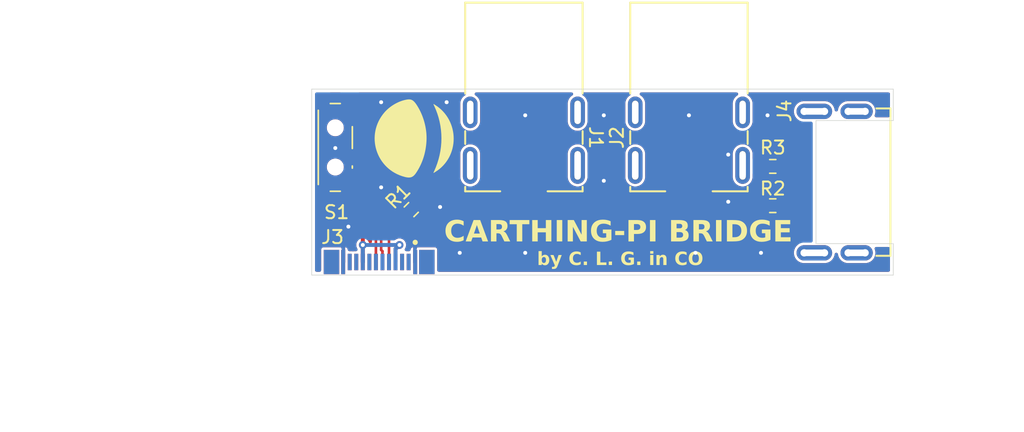
<source format=kicad_pcb>
(kicad_pcb (version 20240108) (generator "pcbnew") (generator_version "8.0")
  (layers (0 "F.Cu" signal) (31 "B.Cu" signal) (34 "B.Paste" user) (35 "F.Paste" user) (36 "B.SilkS" user "B.Silkscreen") (37 "F.SilkS" user "F.Silkscreen") (38 "B.Mask" user) (39 "F.Mask" user) (44 "Edge.Cuts" user))
  (net 0 "")
  (net 1 "Net-(J1-VBUS)")
  (net 3 "Net-(J1-D+)")
  (net 4 "Net-(J1-D-)")
  (net 5 "GND")
  (net 11 "Net-(J3-CC)")
  (net 14 "Net-(J4-CC1)")
  (net 16 "Net-(J4-CC2)")
  (net 26 "VBUS")
  (net 37 "VBUS2")
  (footprint "Resistor_SMD:R_0603_1608Metric" (layer "F.Cu") (at 178.4 93.9)
    (property "Reference" "R3" (at 0 -1.43 0) (layer "F.SilkS"))
    (property "Value" "5K1")
    (fp_line (start -0.237258 -0.5225) (end 0.237258 -0.5225) (stroke (width 0.12)) (layer "F.SilkS"))
    (fp_line (start -0.237258 0.5225) (end 0.237258 0.5225) (stroke (width 0.12)) (layer "F.SilkS"))
    (pad "1" smd roundrect (at -0.825 0) (size 0.8 0.95) (layers "F.Cu" "F.Paste" "F.Mask") (net 5 "GND"))
    (pad "2" smd roundrect (at 0.825 0) (size 0.8 0.95) (layers "F.Cu" "F.Paste" "F.Mask") (net 16 "Net-(J4-CC2)"))
  )
  (footprint "Footprints:CONN_ZX60-B-5S31_HIR" (layer "F.Cu") (at 172 88.6 180)
    (property "Reference" "J2" (at 5.5 -3.1 90) (layer "F.SilkS"))
    (property "Value" "USB_B_Micro")
    (fp_line (start 4.4831 7.200898) (end 4.4831 0.264743) (stroke (width 0.1524)) (layer "F.SilkS"))
    (fp_line (start 4.4831 -2.612547) (end 4.4831 -3.582056) (stroke (width 0.1524)) (layer "F.SilkS"))
    (fp_line (start 4.4831 -6.865746) (end 4.4831 -7.200901) (stroke (width 0.1524)) (layer "F.SilkS"))
    (fp_line (start 4.4831 -7.200901) (end 1.81054 -7.200901) (stroke (width 0.1524)) (layer "F.SilkS"))
    (fp_line (start -1.81054 -7.200901) (end -4.4831 -7.200901) (stroke (width 0.1524)) (layer "F.SilkS"))
    (fp_line (start -4.4831 7.200898) (end 4.4831 7.200898) (stroke (width 0.1524)) (layer "F.SilkS"))
    (fp_line (start -4.4831 0.264743) (end -4.4831 7.200898) (stroke (width 0.1524)) (layer "F.SilkS"))
    (fp_line (start -4.4831 -3.582056) (end -4.4831 -2.612547) (stroke (width 0.1524)) (layer "F.SilkS"))
    (fp_line (start -4.4831 -7.200901) (end -4.4831 -6.865746) (stroke (width 0.1524)) (layer "F.SilkS"))
    (pad "" np_thru_hole circle (at -4.099999 -6.074801 180) (size 0.508 0.508) (drill 0.508) (layers))
    (pad "" np_thru_hole circle (at -4.099999 -4.373001 180) (size 0.508 0.508) (drill 0.508) (layers))
    (pad "" np_thru_hole circle (at -4.099999 -1.821602 180) (size 0.508 0.508) (drill 0.508) (layers))
    (pad "" np_thru_hole circle (at -4.099999 -0.526202 180) (size 0.508 0.508) (drill 0.508) (layers))
    (pad "" np_thru_hole circle (at 4.099999 -6.074801 180) (size 0.508 0.508) (drill 0.508) (layers))
    (pad "" np_thru_hole circle (at 4.099999 -4.373001 180) (size 0.508 0.508) (drill 0.508) (layers))
    (pad "" np_thru_hole circle (at 4.099999 -1.821602 180) (size 0.508 0.508) (drill 0.508) (layers))
    (pad "" np_thru_hole circle (at 4.099999 -0.526202 180) (size 0.508 0.508) (drill 0.508) (layers))
    (pad "1" smd rect (at 1.3 -5.728901 180) (size 0.3556 3.2512) (layers "F.Cu" "F.Paste" "F.Mask") (net 37 "VBUS2"))
    (pad "2" smd rect (at 0.649999 -5.728901 180) (size 0.3556 3.2512) (layers "F.Cu" "F.Paste" "F.Mask"))
    (pad "3" smd rect (at 0 -5.728901 180) (size 0.3556 3.2512) (layers "F.Cu" "F.Paste" "F.Mask"))
    (pad "4" smd rect (at -0.649999 -5.728901 180) (size 0.3556 3.2512) (layers "F.Cu" "F.Paste" "F.Mask"))
    (pad "5" smd rect (at -1.3 -5.728901 180) (size 0.3556 3.2512) (layers "F.Cu" "F.Paste" "F.Mask") (net 5 "GND"))
    (pad "S_1" thru_hole oval (at -4.099999 -1.173902 270) (size 2.413 1.1176) (drill oval 1.8 0.5) (layers "*.Cu" "*.Mask"))
    (pad "S_2" thru_hole oval (at 4.099999 -1.173902 270) (size 2.413 1.1176) (drill oval 1.8 0.5) (layers "*.Cu" "*.Mask"))
    (pad "S_3" thru_hole oval (at -4.099999 -5.223901 270) (size 2.8194 1.1176) (drill oval 2.2 0.5) (layers "*.Cu" "*.Mask"))
    (pad "S_4" thru_hole oval (at 4.099999 -5.223901 270) (size 2.8194 1.1176) (drill oval 2.2 0.5) (layers "*.Cu" "*.Mask"))
  )
  (footprint "Footprints:SW_SSSS811101" (layer "F.Cu") (at 145 92.45 -90)
    (property "Reference" "S1" (at 4.95 -0.1 0) (layer "F.SilkS"))
    (property "Value" "SSSS811101")
    (fp_line (start 2.83 1.3) (end -2.83 1.3) (stroke (width 0.127)) (layer "F.SilkS"))
    (fp_line (start -3.35 0.38) (end -3.35 -0.38) (stroke (width 0.127)) (layer "F.SilkS"))
    (fp_line (start 3.35 0.38) (end 3.35 -0.38) (stroke (width 0.127)) (layer "F.SilkS"))
    (fp_line (start -1.58 -1.3) (end 0.08 -1.3) (stroke (width 0.127)) (layer "F.SilkS"))
    (fp_line (start 1.42 -1.3) (end 1.58 -1.3) (stroke (width 0.127)) (layer "F.SilkS"))
    (pad "" np_thru_hole circle (at -1.5 0 270) (size 0.9 0.9) (drill 0.9) (layers "*.Cu" "*.Mask"))
    (pad "" np_thru_hole circle (at 1.5 0 270) (size 0.9 0.9) (drill 0.9) (layers "*.Cu" "*.Mask"))
    (pad "1" smd rect (at -2.25 -1.75 270) (size 0.7 1.5) (layers "F.Cu" "F.Paste" "F.Mask"))
    (pad "2" smd rect (at 0.75 -1.75 270) (size 0.7 1.5) (layers "F.Cu" "F.Paste" "F.Mask") (net 1 "Net-(J1-VBUS)"))
    (pad "3" smd rect (at 2.25 -1.75 270) (size 0.7 1.5) (layers "F.Cu" "F.Paste" "F.Mask") (net 26 "VBUS"))
    (pad "SH1" smd rect (at -3.65 -1.1 270) (size 1 0.8) (layers "F.Cu" "F.Paste" "F.Mask"))
    (pad "SH2" smd rect (at 3.65 -1.1 270) (size 1 0.8) (layers "F.Cu" "F.Paste" "F.Mask"))
    (pad "SH3" smd rect (at -3.65 1.1 270) (size 1 0.8) (layers "F.Cu" "F.Paste" "F.Mask"))
    (pad "SH4" smd rect (at 3.65 1.1 270) (size 1 0.8) (layers "F.Cu" "F.Paste" "F.Mask"))
  )
  (footprint "Resistor_SMD:R_0603_1608Metric" (layer "F.Cu") (at 150.8 97.2 45)
    (property "Reference" "R1" (at 0 -1.43 45) (layer "F.SilkS"))
    (property "Value" "5K1")
    (fp_line (start -0.237258 -0.5225) (end 0.237258 -0.5225) (stroke (width 0.12)) (layer "F.SilkS"))
    (fp_line (start -0.237258 0.5225) (end 0.237258 0.5225) (stroke (width 0.12)) (layer "F.SilkS"))
    (pad "1" smd roundrect (at -0.825 0 45) (size 0.8 0.95) (layers "F.Cu" "F.Paste" "F.Mask") (net 11 "Net-(J3-CC)"))
    (pad "2" smd roundrect (at 0.825 0 45) (size 0.8 0.95) (layers "F.Cu" "F.Paste" "F.Mask") (net 5 "GND"))
  )
  (footprint "Footprints:HIROSE_CX60-24S-UNIT" (layer "F.Cu") (at 148.35 101.2)
    (property "Reference" "J3" (at -3.56 -1.9 0) (layer "F.SilkS"))
    (property "Value" "CX60-24S-UNIT")
    (fp_circle (center 2.75 -1.5) (end 2.85 -1.5) (stroke (width 0.2)) (fill none) (layer "F.SilkS"))
    (pad "A1" smd rect (at 2.75 0) (size 0.3 1.85) (layers "F.Cu" "F.Paste" "F.Mask") (net 5 "GND"))
    (pad "A2" smd rect (at 2.25 0) (size 0.3 1.25) (layers "F.Cu" "F.Paste" "F.Mask"))
    (pad "A3" smd rect (at 1.75 0) (size 0.3 1.25) (layers "F.Cu" "F.Paste" "F.Mask"))
    (pad "A4" smd rect (at 1.25 0) (size 0.3 1.25) (layers "F.Cu" "F.Paste" "F.Mask") (net 26 "VBUS"))
    (pad "A5" smd rect (at 0.75 0) (size 0.3 1.25) (layers "F.Cu" "F.Paste" "F.Mask") (net 11 "Net-(J3-CC)"))
    (pad "A6" smd rect (at 0.25 0) (size 0.3 1.25) (layers "F.Cu" "F.Paste" "F.Mask") (net 3 "Net-(J1-D+)"))
    (pad "A7" smd rect (at -0.25 0) (size 0.3 1.25) (layers "F.Cu" "F.Paste" "F.Mask") (net 4 "Net-(J1-D-)"))
    (pad "A8" smd rect (at -0.75 0) (size 0.3 1.25) (layers "F.Cu" "F.Paste" "F.Mask"))
    (pad "A9" smd rect (at -1.25 0) (size 0.3 1.25) (layers "F.Cu" "F.Paste" "F.Mask") (net 26 "VBUS"))
    (pad "A10" smd rect (at -1.75 0) (size 0.3 1.25) (layers "F.Cu" "F.Paste" "F.Mask"))
    (pad "A11" smd rect (at -2.25 0) (size 0.3 1.25) (layers "F.Cu" "F.Paste" "F.Mask"))
    (pad "A12" smd rect (at -2.75 0) (size 0.3 1.85) (layers "F.Cu" "F.Paste" "F.Mask") (net 5 "GND"))
    (pad "B1" smd rect (at -2.75 0) (size 0.3 1.85) (layers "B.Cu" "B.Paste" "B.Mask") (net 5 "GND"))
    (pad "B2" smd rect (at -2.25 0) (size 0.3 1.25) (layers "B.Cu" "B.Paste" "B.Mask"))
    (pad "B3" smd rect (at -1.75 0) (size 0.3 1.25) (layers "B.Cu" "B.Paste" "B.Mask"))
    (pad "B4" smd rect (at -1.25 0) (size 0.3 1.25) (layers "B.Cu" "B.Paste" "B.Mask") (net 26 "VBUS"))
    (pad "B5" smd rect (at -0.75 0) (size 0.3 1.25) (layers "B.Cu" "B.Paste" "B.Mask"))
    (pad "B6" smd rect (at -0.25 0) (size 0.3 1.25) (layers "B.Cu" "B.Paste" "B.Mask"))
    (pad "B7" smd rect (at 0.25 0) (size 0.3 1.25) (layers "B.Cu" "B.Paste" "B.Mask"))
    (pad "B8" smd rect (at 0.75 0) (size 0.3 1.25) (layers "B.Cu" "B.Paste" "B.Mask"))
    (pad "B9" smd rect (at 1.25 0) (size 0.3 1.25) (layers "B.Cu" "B.Paste" "B.Mask") (net 26 "VBUS"))
    (pad "B10" smd rect (at 1.75 0) (size 0.3 1.25) (layers "B.Cu" "B.Paste" "B.Mask"))
    (pad "B11" smd rect (at 2.25 0) (size 0.3 1.25) (layers "B.Cu" "B.Paste" "B.Mask"))
    (pad "B12" smd rect (at 2.75 0) (size 0.3 1.85) (layers "B.Cu" "B.Paste" "B.Mask") (net 5 "GND"))
    (pad "S1" smd rect (at 3.64 0) (size 1.18 1.85) (layers "F.Cu" "F.Paste" "F.Mask"))
    (pad "S2" smd rect (at -3.64 0) (size 1.18 1.85) (layers "F.Cu" "F.Paste" "F.Mask"))
    (pad "S3" smd rect (at 3.64 0) (size 1.18 1.85) (layers "B.Cu" "B.Paste" "B.Mask"))
    (pad "S4" smd rect (at -3.64 0) (size 1.18 1.85) (layers "B.Cu" "B.Paste" "B.Mask"))
  )
  (footprint "Footprints:CONN_ZX60-B-5S31_HIR" (layer "F.Cu") (at 159.4 88.6 180)
    (property "Reference" "J1" (at -5.5 -3.1 -90) (layer "F.SilkS"))
    (property "Value" "USB_B_Micro")
    (fp_line (start 4.4831 7.200898) (end 4.4831 0.264743) (stroke (width 0.1524)) (layer "F.SilkS"))
    (fp_line (start 4.4831 -2.612547) (end 4.4831 -3.582056) (stroke (width 0.1524)) (layer "F.SilkS"))
    (fp_line (start 4.4831 -6.865746) (end 4.4831 -7.200901) (stroke (width 0.1524)) (layer "F.SilkS"))
    (fp_line (start 4.4831 -7.200901) (end 1.81054 -7.200901) (stroke (width 0.1524)) (layer "F.SilkS"))
    (fp_line (start -1.81054 -7.200901) (end -4.4831 -7.200901) (stroke (width 0.1524)) (layer "F.SilkS"))
    (fp_line (start -4.4831 7.200898) (end 4.4831 7.200898) (stroke (width 0.1524)) (layer "F.SilkS"))
    (fp_line (start -4.4831 0.264743) (end -4.4831 7.200898) (stroke (width 0.1524)) (layer "F.SilkS"))
    (fp_line (start -4.4831 -3.582056) (end -4.4831 -2.612547) (stroke (width 0.1524)) (layer "F.SilkS"))
    (fp_line (start -4.4831 -7.200901) (end -4.4831 -6.865746) (stroke (width 0.1524)) (layer "F.SilkS"))
    (pad "" np_thru_hole circle (at -4.099999 -6.074801 180) (size 0.508 0.508) (drill 0.508) (layers))
    (pad "" np_thru_hole circle (at -4.099999 -4.373001 180) (size 0.508 0.508) (drill 0.508) (layers))
    (pad "" np_thru_hole circle (at -4.099999 -1.821602 180) (size 0.508 0.508) (drill 0.508) (layers))
    (pad "" np_thru_hole circle (at -4.099999 -0.526202 180) (size 0.508 0.508) (drill 0.508) (layers))
    (pad "" np_thru_hole circle (at 4.099999 -6.074801 180) (size 0.508 0.508) (drill 0.508) (layers))
    (pad "" np_thru_hole circle (at 4.099999 -4.373001 180) (size 0.508 0.508) (drill 0.508) (layers))
    (pad "" np_thru_hole circle (at 4.099999 -1.821602 180) (size 0.508 0.508) (drill 0.508) (layers))
    (pad "" np_thru_hole circle (at 4.099999 -0.526202 180) (size 0.508 0.508) (drill 0.508) (layers))
    (pad "1" smd rect (at 1.3 -5.728901 180) (size 0.3556 3.2512) (layers "F.Cu" "F.Paste" "F.Mask") (net 1 "Net-(J1-VBUS)"))
    (pad "2" smd rect (at 0.649999 -5.728901 180) (size 0.3556 3.2512) (layers "F.Cu" "F.Paste" "F.Mask") (net 4 "Net-(J1-D-)"))
    (pad "3" smd rect (at 0 -5.728901 180) (size 0.3556 3.2512) (layers "F.Cu" "F.Paste" "F.Mask") (net 3 "Net-(J1-D+)"))
    (pad "4" smd rect (at -0.649999 -5.728901 180) (size 0.3556 3.2512) (layers "F.Cu" "F.Paste" "F.Mask"))
    (pad "5" smd rect (at -1.3 -5.728901 180) (size 0.3556 3.2512) (layers "F.Cu" "F.Paste" "F.Mask") (net 5 "GND"))
    (pad "S_1" thru_hole oval (at -4.099999 -1.173902 270) (size 2.413 1.1176) (drill oval 1.8 0.5) (layers "*.Cu" "*.Mask"))
    (pad "S_2" thru_hole oval (at 4.099999 -1.173902 270) (size 2.413 1.1176) (drill oval 1.8 0.5) (layers "*.Cu" "*.Mask"))
    (pad "S_3" thru_hole oval (at -4.099999 -5.223901 270) (size 2.8194 1.1176) (drill oval 2.2 0.5) (layers "*.Cu" "*.Mask"))
    (pad "S_4" thru_hole oval (at 4.099999 -5.223901 270) (size 2.8194 1.1176) (drill oval 2.2 0.5) (layers "*.Cu" "*.Mask"))
  )
  (footprint "Footprints:Nocturne" (layer "F.Cu") (at 151.4 97)
    (property "Reference" "REF**" (hide yes))
    (property "Value" "Nocturne")
    (fp_poly (pts (xy 1.103531 -7.860149) (xy 1.107501 -7.859175) (xy 1.112185 -7.857507) (xy 1.117597 -7.855158) (xy 1.130656 -7.848475) (xy 1.14679 -7.839233) (xy 1.166107 -7.82754) (xy 1.214729 -7.797235) (xy 1.387148 -7.681364) (xy 1.548445 -7.55666) (xy 1.698619 -7.423719) (xy 1.837671 -7.283137) (xy 1.965602 -7.135509) (xy 2.082409 -6.981431) (xy 2.188095 -6.821499) (xy 2.282658 -6.656308) (xy 2.366098 -6.486456) (xy 2.438416 -6.312537) (xy 2.499611 -6.135148) (xy 2.549683 -5.954884) (xy 2.588633 -5.772341) (xy 2.61646 -5.588115) (xy 2.633164 -5.402802) (xy 2.638745 -5.216997) (xy 2.633203 -5.031298) (xy 2.616537 -4.846298) (xy 2.588749 -4.662595) (xy 2.549837 -4.480784) (xy 2.499802 -4.301461) (xy 2.438644 -4.125221) (xy 2.366362 -3.952662) (xy 2.282956 -3.784377) (xy 2.188427 -3.620965) (xy 2.082774 -3.463019) (xy 1.965998 -3.311136) (xy 1.838098 -3.165913) (xy 1.699074 -3.027944) (xy 1.548926 -2.897825) (xy 1.387654 -2.776154) (xy 1.215258 -2.663524) (xy 1.166793 -2.634155) (xy 1.147555 -2.62276) (xy 1.131479 -2.613681) (xy 1.118438 -2.607008) (xy 1.113016 -2.604603) (xy 1.108306 -2.602833) (xy 1.104292 -2.601711) (xy 1.100957 -2.601248) (xy 1.098287 -2.601455) (xy 1.096265 -2.602344) (xy 1.094876 -2.603926) (xy 1.094103 -2.606212) (xy 1.093932 -2.609214) (xy 1.094346 -2.612943) (xy 1.095329 -2.617412) (xy 1.096866 -2.62263) (xy 1.101539 -2.635364) (xy 1.108237 -2.651235) (xy 1.116834 -2.670336) (xy 1.139223 -2.718591) (xy 1.27098 -3.02363) (xy 1.385225 -3.332791) (xy 1.481959 -3.645424) (xy 1.561179 -3.960875) (xy 1.622885 -4.278494) (xy 1.667075 -4.597628) (xy 1.693751 -4.917625) (xy 1.702909 -5.237833) (xy 1.69455 -5.557601) (xy 1.668673 -5.876276) (xy 1.625276 -6.193207) (xy 1.564359 -6.507741) (xy 1.485922 -6.819226) (xy 1.389962 -7.127011) (xy 1.27648 -7.430444) (xy 1.145473 -7.728873) (xy 1.120302 -7.782324) (xy 1.110628 -7.803535) (xy 1.103042 -7.821214) (xy 1.097653 -7.83547) (xy 1.095817 -7.841348) (xy 1.094571 -7.84641) (xy 1.093929 -7.85067) (xy 1.093905 -7.854142) (xy 1.094513 -7.856839) (xy 1.095765 -7.858775) (xy 1.097677 -7.859963) (xy 1.100261 -7.860417)) (stroke (width -0.000001)) (fill solid) (layer "F.SilkS"))
    (fp_poly (pts (xy -0.732109 -8.214937) (xy -0.70311 -8.212354) (xy -0.67484 -8.208349) (xy -0.647233 -8.202874) (xy -0.620224 -8.19588) (xy -0.593748 -8.18732) (xy -0.567739 -8.177147) (xy -0.54213 -8.165312) (xy -0.516858 -8.151768) (xy -0.491856 -8.136467) (xy -0.467058 -8.119361) (xy -0.4424 -8.100402) (xy -0.417815 -8.079543) (xy -0.368603 -8.031931) (xy -0.318898 -7.976145) (xy -0.268176 -7.9118) (xy -0.215912 -7.838515) (xy -0.161581 -7.755907) (xy -0.104659 -7.663594) (xy -0.044622 -7.561193) (xy 0.033309 -7.419159) (xy 0.106397 -7.273101) (xy 0.174538 -7.123453) (xy 0.237628 -6.970645) (xy 0.295562 -6.81511) (xy 0.348236 -6.657279) (xy 0.395546 -6.497583) (xy 0.437387 -6.336454) (xy 0.473655 -6.174323) (xy 0.504246 -6.011623) (xy 0.529055 -5.848784) (xy 0.547979 -5.686238) (xy 0.560913 -5.524417) (xy 0.567751 -5.363753) (xy 0.568392 -5.204676) (xy 0.562729 -5.047619) (xy 0.550399 -4.875344) (xy 0.533111 -4.705765) (xy 0.510855 -4.53885) (xy 0.48362 -4.374568) (xy 0.451397 -4.21289) (xy 0.414176 -4.053784) (xy 0.371946 -3.897219) (xy 0.324699 -3.743165) (xy 0.272423 -3.591591) (xy 0.21511 -3.442465) (xy 0.152749 -3.295757) (xy 0.08533 -3.151437) (xy 0.012843 -3.009473) (xy -0.064721 -2.869835) (xy -0.147373 -2.732491) (xy -0.235123 -2.597412) (xy -0.277168 -2.537925) (xy -0.319265 -2.48437) (xy -0.36173 -2.436634) (xy -0.40488 -2.394606) (xy -0.44903 -2.358174) (xy -0.471579 -2.342021) (xy -0.494497 -2.327226) (xy -0.517824 -2.313773) (xy -0.541598 -2.30165) (xy -0.565859 -2.290841) (xy -0.590648 -2.281334) (xy -0.616003 -2.273113) (xy -0.641964 -2.266166) (xy -0.66857 -2.260478) (xy -0.695862 -2.256036) (xy -0.723878 -2.252824) (xy -0.752658 -2.25083) (xy -0.812668 -2.250437) (xy -0.87621 -2.254746) (xy -0.943598 -2.263644) (xy -1.01515 -2.27702) (xy -1.091181 -2.294761) (xy -1.294829 -2.353512) (xy -1.490192 -2.423957) (xy -1.677096 -2.505544) (xy -1.855367 -2.59772) (xy -2.024834 -2.699932) (xy -2.185322 -2.811627) (xy -2.336658 -2.932253) (xy -2.478669 -3.061257) (xy -2.611183 -3.198087) (xy -2.734024 -3.342189) (xy -2.847021 -3.493011) (xy -2.95 -3.65) (xy -3.042788 -3.812603) (xy -3.125211 -3.980268) (xy -3.197097 -4.152442) (xy -3.258272 -4.328572) (xy -3.308563 -4.508106) (xy -3.347796 -4.69049) (xy -3.375799 -4.875173) (xy -3.392398 -5.0616) (xy -3.39742 -5.249221) (xy -3.390691 -5.437481) (xy -3.372039 -5.625828) (xy -3.341291 -5.813709) (xy -3.298272 -6.000573) (xy -3.24281 -6.185865) (xy -3.174731 -6.369033) (xy -3.093863 -6.549525) (xy -3.000031 -6.726788) (xy -2.893064 -6.900268) (xy -2.772787 -7.069414) (xy -2.639027 -7.233673) (xy -2.555734 -7.324893) (xy -2.467184 -7.413207) (xy -2.373822 -7.498363) (xy -2.276095 -7.580109) (xy -2.174448 -7.658191) (xy -2.069327 -7.732359) (xy -1.961177 -7.802359) (xy -1.850445 -7.867941) (xy -1.737575 -7.92885) (xy -1.623014 -7.984837) (xy -1.507208 -8.035647) (xy -1.390601 -8.08103) (xy -1.27364 -8.120732) (xy -1.156771 -8.154503) (xy -1.040439 -8.182088) (xy -0.92509 -8.203238) (xy -0.85671 -8.211999) (xy -0.792558 -8.216026)) (stroke (width -0.000001)) (fill solid) (layer "F.SilkS"))
  )
  (footprint "Footprints:CX90M-16P_HIR" (layer "F.Cu") (at 183.979901 95.100001 90)
    (property "Reference" "J4" (at 5.43765 -4.679901 90) (layer "F.SilkS"))
    (property "Value" "CX90M-16P")
    (fp_line (start -5.6261 2.334326) (end -5.6261 3.4036) (stroke (width 0.1524)) (layer "F.SilkS"))
    (fp_line (start 5.6261 3.4036) (end 5.6261 2.334326) (stroke (width 0.1524)) (layer "F.SilkS"))
    (fp_line (start -5.6261 3.4036) (end 5.6261 3.4036) (stroke (width 0.1524)) (layer "F.SilkS"))
    (pad "" np_thru_hole circle (at -5.399999 -3.181299 90) (size 0.5588 0.5588) (drill 0.5588) (layers "*.Cu" "*.Mask"))
    (pad "" np_thru_hole circle (at -5.399999 -1.631899 90) (size 0.5588 0.5588) (drill 0.5588) (layers "*.Cu" "*.Mask"))
    (pad "" np_thru_hole circle (at -5.399999 0.175699 90) (size 0.5588 0.5588) (drill 0.5588) (layers "*.Cu" "*.Mask"))
    (pad "" np_thru_hole circle (at -5.399999 1.471099 90) (size 0.5588 0.5588) (drill 0.5588) (layers "*.Cu" "*.Mask"))
    (pad "" np_thru_hole circle (at 5.399999 -3.181299 90) (size 0.5588 0.5588) (drill 0.5588) (layers "*.Cu" "*.Mask"))
    (pad "" np_thru_hole circle (at 5.399999 -1.631899 90) (size 0.5588 0.5588) (drill 0.5588) (layers "*.Cu" "*.Mask"))
    (pad "" np_thru_hole circle (at 5.399999 0.175699 90) (size 0.5588 0.5588) (drill 0.5588) (layers "*.Cu" "*.Mask"))
    (pad "" np_thru_hole circle (at 5.399999 1.471099 90) (size 0.5588 0.5588) (drill 0.5588) (layers "*.Cu" "*.Mask"))
    (pad "A1" smd rect (at -3.75 -3.026601 90) (size 0.3556 0.9398) (layers "F.Cu" "F.Paste" "F.Mask") (net 5 "GND"))
    (pad "A4" smd rect (at -2.75 -3.026601 90) (size 0.3556 0.9398) (layers "F.Cu" "F.Paste" "F.Mask") (net 37 "VBUS2"))
    (pad "A5" smd rect (at -1.749999 -3.026601 90) (size 0.3556 0.9398) (layers "F.Cu" "F.Paste" "F.Mask") (net 14 "Net-(J4-CC1)"))
    (pad "A6" smd rect (at -0.750001 -3.026601 90) (size 0.3556 0.9398) (layers "F.Cu" "F.Paste" "F.Mask"))
    (pad "A7" smd rect (at 0.749998 -3.026601 90) (size 0.3556 0.9398) (layers "F.Cu" "F.Paste" "F.Mask"))
    (pad "A8" smd rect (at 1.749999 -3.026601 90) (size 0.3556 0.9398) (layers "F.Cu" "F.Paste" "F.Mask"))
    (pad "A9" smd rect (at 2.75 -3.026601 90) (size 0.3556 0.9398) (layers "F.Cu" "F.Paste" "F.Mask") (net 37 "VBUS2"))
    (pad "A12" smd rect (at 3.75 -3.026601 90) (size 0.3556 0.9398) (layers "F.Cu" "F.Paste" "F.Mask") (net 5 "GND"))
    (pad "B1" smd rect (at 3.249999 -3.026601 90) (size 0.3556 0.9398) (layers "F.Cu" "F.Paste" "F.Mask") (net 5 "GND"))
    (pad "B4" smd rect (at 2.250001 -3.026601 90) (size 0.3556 0.9398) (layers "F.Cu" "F.Paste" "F.Mask") (net 37 "VBUS2"))
    (pad "B5" smd rect (at 1.25 -3.026601 90) (size 0.3556 0.9398) (layers "F.Cu" "F.Paste" "F.Mask") (net 16 "Net-(J4-CC2)"))
    (pad "B6" smd rect (at 0.25 -3.026601 90) (size 0.3556 0.9398) (layers "F.Cu" "F.Paste" "F.Mask"))
    (pad "B7" smd rect (at -0.25 -3.026601 90) (size 0.3556 0.9398) (layers "F.Cu" "F.Paste" "F.Mask"))
    (pad "B8" smd rect (at -1.25 -3.026601 90) (size 0.3556 0.9398) (layers "F.Cu" "F.Paste" "F.Mask"))
    (pad "B9" smd rect (at -2.250001 -3.026601 90) (size 0.3556 0.9398) (layers "F.Cu" "F.Paste" "F.Mask") (net 37 "VBUS2"))
    (pad "B12" smd rect (at -3.250001 -3.026601 90) (size 0.3556 0.9398) (layers "F.Cu" "F.Paste" "F.Mask") (net 5 "GND"))
    (pad "MID1" smd rect (at -4.249999 -3.026601 90) (size 0.3556 0.9398) (layers "F.Cu" "F.Paste" "F.Mask"))
    (pad "MID2" smd rect (at 4.249999 -3.026601 90) (size 0.3556 0.9398) (layers "F.Cu" "F.Paste" "F.Mask"))
    (pad "S_1" thru_hole oval (at -5.399999 0.823399 180) (size 2.4638 1.1684) (drill oval 1.8 0.5) (layers "*.Cu" "*.Mask"))
    (pad "S_2" thru_hole oval (at 5.399999 0.823399 180) (size 2.4638 1.1684) (drill oval 1.8 0.5) (layers "*.Cu" "*.Mask"))
    (pad "S_3" thru_hole oval (at -5.399999 -2.406599 180) (size 2.7178 1.1684) (drill oval 2.1 0.5) (layers "*.Cu" "*.Mask"))
    (pad "S_4" thru_hole oval (at 5.399999 -2.406599 180) (size 2.7178 1.1684) (drill oval 2.1 0.5) (layers "*.Cu" "*.Mask"))
  )
  (footprint "Resistor_SMD:R_0603_1608Metric" (layer "F.Cu") (at 178.4 96.9 180)
    (property "Reference" "R2" (at 0 1.3 180) (layer "F.SilkS"))
    (property "Value" "5K1")
    (fp_line (start -0.237258 0.5225) (end 0.237258 0.5225) (stroke (width 0.12)) (layer "F.SilkS"))
    (fp_line (start -0.237258 -0.5225) (end 0.237258 -0.5225) (stroke (width 0.12)) (layer "F.SilkS"))
    (pad "1" smd roundrect (at -0.825 0 180) (size 0.8 0.95) (layers "F.Cu" "F.Paste" "F.Mask") (net 14 "Net-(J4-CC1)"))
    (pad "2" smd roundrect (at 0.825 0 180) (size 0.8 0.95) (layers "F.Cu" "F.Paste" "F.Mask") (net 5 "GND"))
  )
  (gr_line (start 181.7 99.8) (end 187.6 99.8) (stroke (width 0.05)) (layer "Edge.Cuts"))
  (gr_line (start 181.7 90.4) (end 181.7 99.8) (stroke (width 0.05)) (layer "Edge.Cuts"))
  (gr_line (start 143.2 88) (end 187.6 88) (stroke (width 0.05)) (layer "Edge.Cuts"))
  (gr_line (start 181.7 90.4) (end 187.6 90.4) (stroke (width 0.05)) (layer "Edge.Cuts"))
  (gr_line (start 187.6 102.2) (end 143.2 102.2) (stroke (width 0.05)) (layer "Edge.Cuts"))
  (gr_line (start 187.6 99.8) (end 187.6 102.2) (stroke (width 0.05)) (layer "Edge.Cuts"))
  (gr_line (start 187.6 88) (end 187.6 90.4) (stroke (width 0.05)) (layer "Edge.Cuts"))
  (gr_line (start 143.2 102.2) (end 143.2 88) (stroke (width 0.05)) (layer "Edge.Cuts"))
  (gr_text "CARTHING-PI BRIDGE" (at 153.3 99.9 0) (layer "F.SilkS") (effects (font (size 1.6 1.6) (thickness 0.225)) (justify left bottom)))
  (gr_text "by C. L. G. in CO" (at 160.4 101.6 0) (layer "F.SilkS") (effects (font (size 1 1) (thickness 0.225)) (justify left bottom)))
  (segment (start 147.7 93.2) (end 146.75 93.2) (width 0.3) (layer "F.Cu") (net 1))
  (segment (start 149.25 94.75) (end 147.7 93.2) (width 0.3) (layer "F.Cu") (net 1))
  (segment (start 153.25 94.75) (end 149.25 94.75) (width 0.3) (layer "F.Cu") (net 1))
  (segment (start 157.8 96) (end 154.5 96) (width 0.3) (layer "F.Cu") (net 1))
  (segment (start 154.5 96) (end 153.25 94.75) (width 0.3) (layer "F.Cu") (net 1))
  (segment (start 158.1 95.7) (end 157.8 96) (width 0.3) (layer "F.Cu") (net 1))
  (segment (start 158.1 94.328901) (end 158.1 95.7) (width 0.3) (layer "F.Cu") (net 1))
  (segment (start 158.482302 97) (end 154.1 97) (width 0.2) (layer "F.Cu") (net 3))
  (segment (start 159.4 96.082302) (end 158.482302 97) (width 0.2) (layer "F.Cu") (net 3))
  (segment (start 150.965686 95.6) (end 148.5 98.065686) (width 0.2) (layer "F.Cu") (net 3))
  (segment (start 154.1 97) (end 152.7 95.6) (width 0.2) (layer "F.Cu") (net 3))
  (segment (start 148.5 98.065686) (end 148.5 100.275) (width 0.2) (layer "F.Cu") (net 3))
  (segment (start 148.6 100.375) (end 148.6 101.2) (width 0.2) (layer "F.Cu") (net 3))
  (segment (start 152.7 95.6) (end 150.965686 95.6) (width 0.2) (layer "F.Cu") (net 3))
  (segment (start 159.4 94.328901) (end 159.4 96.082302) (width 0.2) (layer "F.Cu") (net 3))
  (segment (start 148.5 100.275) (end 148.6 100.375) (width 0.2) (layer "F.Cu") (net 3))
  (segment (start 152.865686 95.2) (end 150.8 95.2) (width 0.2) (layer "F.Cu") (net 4))
  (segment (start 154.265686 96.6) (end 152.865686 95.2) (width 0.2) (layer "F.Cu") (net 4))
  (segment (start 158.750001 94.328901) (end 158.750001 96.0823) (width 0.2) (layer "F.Cu") (net 4))
  (segment (start 148.1 97.9) (end 148.1 101.2) (width 0.2) (layer "F.Cu") (net 4))
  (segment (start 158.232301 96.6) (end 154.265686 96.6) (width 0.2) (layer "F.Cu") (net 4))
  (segment (start 150.8 95.2) (end 148.1 97.9) (width 0.2) (layer "F.Cu") (net 4))
  (segment (start 158.750001 96.0823) (end 158.232301 96.6) (width 0.2) (layer "F.Cu") (net 4))
  (via (at 146 98.5) (size 0.6) (drill 0.3) (layers "F.Cu" "B.Cu") (net 5))
  (via (at 172 90) (size 0.6) (drill 0.3) (layers "F.Cu" "B.Cu") (net 5))
  (via (at 153.5 89) (size 0.6) (drill 0.3) (layers "F.Cu" "B.Cu") (net 5))
  (via (at 153 97) (size 0.6) (drill 0.3) (layers "F.Cu" "B.Cu") (net 5))
  (via (at 148.5 95.5) (size 0.6) (drill 0.3) (layers "F.Cu" "B.Cu") (net 5))
  (via (at 165.5 90) (size 0.6) (drill 0.3) (layers "F.Cu" "B.Cu") (net 5))
  (via (at 177.5 100.5) (size 0.6) (drill 0.3) (layers "F.Cu" "B.Cu") (net 5))
  (via (at 172.5 100.5) (size 0.6) (drill 0.3) (layers "F.Cu" "B.Cu") (net 5))
  (via (at 165.5 95) (size 0.6) (drill 0.3) (layers "F.Cu" "B.Cu") (net 5))
  (via (at 145 92.5) (size 0.6) (drill 0.3) (layers "F.Cu" "B.Cu") (net 5))
  (via (at 175 93) (size 0.6) (drill 0.3) (layers "F.Cu" "B.Cu") (net 5))
  (via (at 175 96.6) (size 0.6) (drill 0.3) (layers "F.Cu" "B.Cu") (net 5))
  (via (at 159.5 90) (size 0.6) (drill 0.3) (layers "F.Cu" "B.Cu") (net 5))
  (via (at 178 90) (size 0.6) (drill 0.3) (layers "F.Cu" "B.Cu") (net 5))
  (via (at 148.5 89) (size 0.6) (drill 0.3) (layers "F.Cu" "B.Cu") (net 5))
  (via (at 154.5 100.5) (size 0.6) (drill 0.3) (layers "F.Cu" "B.Cu") (net 5))
  (via (at 159.5 100.5) (size 0.6) (drill 0.3) (layers "F.Cu" "B.Cu") (net 5))
  (segment (start 149.1 98.9) (end 150.216637 97.783363) (width 0.2) (layer "F.Cu") (net 11))
  (segment (start 149.1 101.2) (end 149.1 98.9) (width 0.2) (layer "F.Cu") (net 11))
  (segment (start 179.275 96.85) (end 179.225 96.9) (width 0.2) (layer "F.Cu") (net 14))
  (segment (start 179.225 96.9) (end 179.1375 96.9) (width 0.2) (layer "F.Cu") (net 14))
  (segment (start 180.9533 96.85) (end 179.275 96.85) (width 0.2) (layer "F.Cu") (net 14))
  (segment (start 180.9533 93.850001) (end 179.274999 93.850001) (width 0.2) (layer "F.Cu") (net 16))
  (segment (start 179.274999 93.850001) (end 179.225 93.9) (width 0.2) (layer "F.Cu") (net 16))
  (segment (start 179.225 93.9) (end 179.1375 93.9) (width 0.2) (layer "F.Cu") (net 16))
  (segment (start 149.9 99.9) (end 149.6 100.2) (width 0.3) (layer "F.Cu") (net 26))
  (segment (start 149.6 100.2) (end 149.6 101.2) (width 0.3) (layer "F.Cu") (net 26))
  (segment (start 147.1 95.05) (end 146.75 94.7) (width 0.3) (layer "F.Cu") (net 26))
  (segment (start 147.1 99.9) (end 147.1 101.2) (width 0.3) (layer "F.Cu") (net 26))
  (segment (start 146.75 94.7) (end 146.75 94.65) (width 0.3) (layer "F.Cu") (net 26))
  (segment (start 147.1 99.9) (end 147.1 95.05) (width 0.3) (layer "F.Cu") (net 26))
  (via (at 149.9 99.9) (size 0.6) (drill 0.3) (layers "F.Cu" "B.Cu") (net 26))
  (via (at 147.1 99.9) (size 0.6) (drill 0.3) (layers "F.Cu" "B.Cu") (net 26))
  (segment (start 149.9 99.9) (end 149.6 100.2) (width 0.3) (layer "B.Cu") (net 26))
  (segment (start 149.6 100.2) (end 149.6 101.2) (width 0.3) (layer "B.Cu") (net 26))
  (segment (start 147.1 99.9) (end 149.9 99.9) (width 0.3) (layer "B.Cu") (net 26))
  (segment (start 147.1 101.2) (end 147.1 99.9) (width 0.3) (layer "B.Cu") (net 26))
  (segment (start 170.7 96.0823) (end 170.7 94.328901) (width 0.3) (layer "F.Cu") (net 37))
  (segment (start 180.9533 92.85) (end 180.9533 92.350001) (width 0.3) (layer "F.Cu") (net 37))
  (segment (start 179.08765 91.58765) (end 171.615651 91.58765) (width 0.3) (layer "F.Cu") (net 37))
  (segment (start 180.9533 97.6) (end 180.7533 97.8) (width 0.3) (layer "F.Cu") (net 37))
  (segment (start 180.1 92.6) (end 179.08765 91.58765) (width 0.3) (layer "F.Cu") (net 37))
  (segment (start 180.9533 97.850001) (end 180.9533 97.350002) (width 0.3) (layer "F.Cu") (net 37))
  (segment (start 180.7533 97.8) (end 172.4177 97.8) (width 0.3) (layer "F.Cu") (net 37))
  (segment (start 180.9533 92.6) (end 180.1 92.6) (width 0.3) (layer "F.Cu") (net 37))
  (segment (start 171.615651 91.58765) (end 170.7 92.503301) (width 0.3) (layer "F.Cu") (net 37))
  (segment (start 170.7 92.503301) (end 170.7 94.328901) (width 0.3) (layer "F.Cu") (net 37))
  (segment (start 172.4177 97.8) (end 170.7 96.0823) (width 0.3) (layer "F.Cu") (net 37))
  (zone (net 5) (net_name "GND") (layers "F&B.Cu") (connect_pads (clearance 0.2)) (min_thickness 0.25) (fill yes (thermal_gap 0.2) (thermal_bridge_width 0.5) (island_removal_mode 2) (island_area_min 4))
    (polygon (pts (xy 119.4 85.8) (xy 197.6 85.6) (xy 197.6 113.2) (xy 119.4 113.3)))
  )
)
</source>
